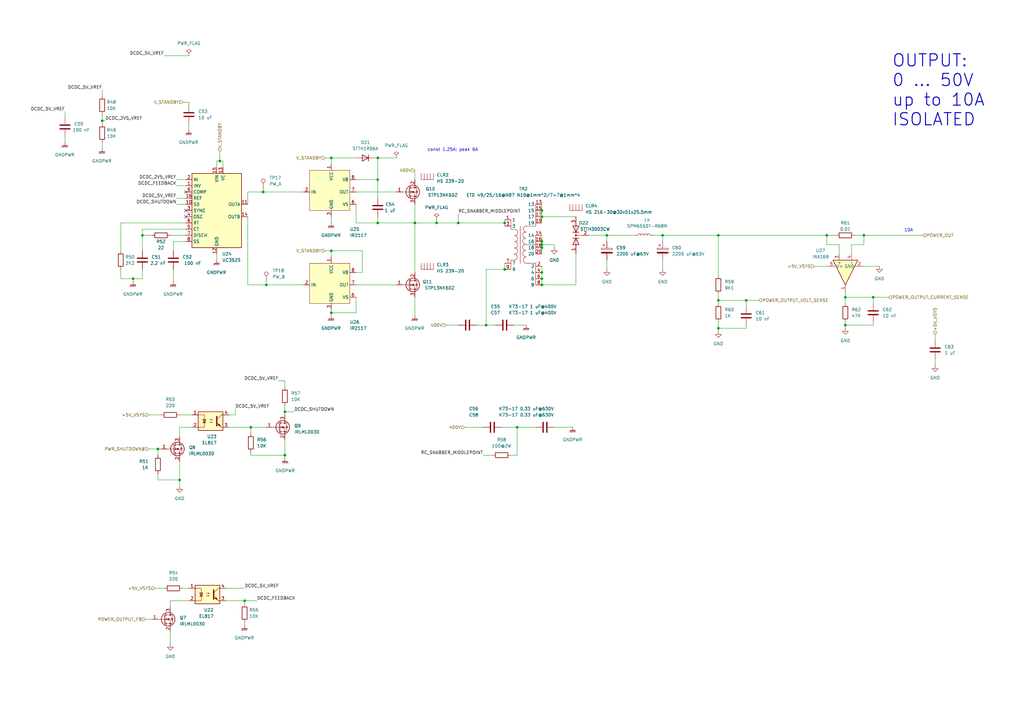
<source format=kicad_sch>
(kicad_sch (version 20231120) (generator "eeschema") (generator_version "8.0")
  (paper "A3")
  (lib_symbols
    (symbol "Amplifier_Current:INA169" (pin_names (offset 0.127))
      (property "Reference" "U" (at 3.81 5.08 0))
      (property "Value" "INA169" (at 3.81 2.54 0))
      (symbol "INA169_0_1"
        (polyline (pts (xy -5.08 5.08) (xy 5.08 0) (xy -5.08 -5.08) (xy -5.08 5.08)) (stroke (width 0.254)) (fill (type background)))
      )
      (symbol "INA169_1_1"
        (pin output line (at 7.62 0 180) (length 2.54) (name "~") (number "1"))
        (pin power_in line (at -2.54 -7.62 90) (length 3.81) (name "GND") (number "2"))
        (pin input line (at -7.62 2.54 0) (length 2.54) (name "+") (number "3"))
        (pin input line (at -7.62 -2.54 0) (length 2.54) (name "-") (number "4"))
        (pin power_in line (at -2.54 7.62 270) (length 3.81) (name "V+") (number "5"))
      )
    )
    (symbol "Connector:TestPoint" (pin_numbers hide) (pin_names (offset 0.762) hide)
      (property "Reference" "TP" (at 0 6.858 0))
      (property "Value" "TestPoint" (at 0 5.08 0))
      (symbol "TestPoint_0_1"
        (circle (center 0 3.302) (radius 0.762))
      )
      (symbol "TestPoint_1_1"
        (pin passive line (at 0 0 90) (length 2.54) (name "1") (number "1"))
      )
    )
    (symbol "Device:C" (pin_numbers hide) (pin_names (offset 0.254))
      (property "Reference" "C" (at 0.635 2.54 0))
      (property "Value" "C" (at 0.635 -2.54 0))
      (symbol "C_0_1"
        (polyline (pts (xy -2.032 -0.762) (xy 2.032 -0.762)) (stroke (width 0.508)))
        (polyline (pts (xy -2.032 0.762) (xy 2.032 0.762)) (stroke (width 0.508)))
      )
      (symbol "C_1_1"
        (pin passive line (at 0 3.81 270) (length 2.794) (name "~") (number "1"))
        (pin passive line (at 0 -3.81 90) (length 2.794) (name "~") (number "2"))
      )
    )
    (symbol "Device:C_Polarized" (pin_numbers hide) (pin_names (offset 0.254))
      (property "Reference" "C" (at 0.635 2.54 0))
      (property "Value" "C_Polarized" (at 0.635 -2.54 0))
      (symbol "C_Polarized_0_1"
        (rectangle (start -2.286 0.508) (end 2.286 1.016))
        (polyline (pts (xy -1.778 2.286) (xy -0.762 2.286)))
        (polyline (pts (xy -1.27 2.794) (xy -1.27 1.778)))
        (rectangle (start 2.286 -0.508) (end -2.286 -1.016) (fill (type outline)))
      )
      (symbol "C_Polarized_1_1"
        (pin passive line (at 0 3.81 270) (length 2.794) (name "~") (number "1"))
        (pin passive line (at 0 -3.81 90) (length 2.794) (name "~") (number "2"))
      )
    )
    (symbol "Device:D" (pin_numbers hide) (pin_names (offset 1.016) hide)
      (property "Reference" "D" (at 0 2.54 0))
      (property "Value" "D" (at 0 -2.54 0))
      (symbol "D_0_1"
        (polyline (pts (xy -1.27 1.27) (xy -1.27 -1.27)) (stroke (width 0.254)))
        (polyline (pts (xy 1.27 0) (xy -1.27 0)))
        (polyline (pts (xy 1.27 1.27) (xy 1.27 -1.27) (xy -1.27 0) (xy 1.27 1.27)) (stroke (width 0.254)))
      )
      (symbol "D_1_1"
        (pin passive line (at -3.81 0 0) (length 2.54) (name "K") (number "1"))
        (pin passive line (at 3.81 0 180) (length 2.54) (name "A") (number "2"))
      )
    )
    (symbol "Device:D_Dual_CommonCathode_AKA" (pin_names (offset 0.762) hide)
      (property "Reference" "D" (at 1.27 -2.54 0))
      (property "Value" "D_Dual_CommonCathode_AKA" (at 0 2.54 0))
      (symbol "D_Dual_CommonCathode_AKA_0_1"
        (polyline (pts (xy 0 0) (xy 0 -2.54)))
        (polyline (pts (xy 3.81 0) (xy -3.81 0)))
        (polyline (pts (xy -1.27 -1.27) (xy -1.27 1.27) (xy -1.27 1.27)) (stroke (width 0.254)))
        (polyline (pts (xy 1.27 -1.27) (xy 1.27 1.27) (xy 1.27 1.27)) (stroke (width 0.254)))
        (polyline (pts (xy -3.81 1.27) (xy -1.27 0) (xy -3.81 -1.27) (xy -3.81 1.27) (xy -3.81 1.27) (xy -3.81 1.27)) (stroke (width 0.254)))
        (polyline (pts (xy 3.81 -1.27) (xy 1.27 0) (xy 3.81 1.27) (xy 3.81 -1.27) (xy 3.81 -1.27) (xy 3.81 -1.27)) (stroke (width 0.254)))
        (circle (center 0 0) (radius 0.254) (fill (type outline)))
        (pin passive line (at -7.62 0 0) (length 3.81) (name "A") (number "1"))
        (pin passive line (at 0 -5.08 90) (length 2.54) (name "K") (number "2"))
        (pin passive line (at 7.62 0 180) (length 3.81) (name "A") (number "3"))
      )
    )
    (symbol "Device:L" (pin_numbers hide) (pin_names (offset 1.016) hide)
      (property "Reference" "L" (at -1.27 0 90))
      (property "Value" "L" (at 1.905 0 90))
      (symbol "L_0_1"
        (arc (start 0 -2.54) (mid 0.6323 -1.905) (end 0 -1.27))
        (arc (start 0 -1.27) (mid 0.6323 -0.635) (end 0 0))
        (arc (start 0 0) (mid 0.6323 0.635) (end 0 1.27))
        (arc (start 0 1.27) (mid 0.6323 1.905) (end 0 2.54))
      )
      (symbol "L_1_1"
        (pin passive line (at 0 3.81 270) (length 1.27) (name "1") (number "1"))
        (pin passive line (at 0 -3.81 90) (length 1.27) (name "2") (number "2"))
      )
    )
    (symbol "Device:Q_NMOS_GDS" (pin_names (offset 0) hide)
      (property "Reference" "Q" (at 5.08 1.27 0))
      (property "Value" "Q_NMOS_GDS" (at 5.08 -1.27 0))
      (symbol "Q_NMOS_GDS_0_1"
        (polyline (pts (xy 0.254 0) (xy -2.54 0)))
        (polyline (pts (xy 0.254 1.905) (xy 0.254 -1.905)) (stroke (width 0.254)))
        (polyline (pts (xy 0.762 -1.27) (xy 0.762 -2.286)) (stroke (width 0.254)))
        (polyline (pts (xy 0.762 0.508) (xy 0.762 -0.508)) (stroke (width 0.254)))
        (polyline (pts (xy 0.762 2.286) (xy 0.762 1.27)) (stroke (width 0.254)))
        (polyline (pts (xy 2.54 2.54) (xy 2.54 1.778)))
        (polyline (pts (xy 2.54 -2.54) (xy 2.54 0) (xy 0.762 0)))
        (polyline (pts (xy 0.762 -1.778) (xy 3.302 -1.778) (xy 3.302 1.778) (xy 0.762 1.778)))
        (polyline (pts (xy 1.016 0) (xy 2.032 0.381) (xy 2.032 -0.381) (xy 1.016 0)) (fill (type outline)))
        (polyline (pts (xy 2.794 0.508) (xy 2.921 0.381) (xy 3.683 0.381) (xy 3.81 0.254)))
        (polyline (pts (xy 3.302 0.381) (xy 2.921 -0.254) (xy 3.683 -0.254) (xy 3.302 0.381)))
        (circle (center 1.651 0) (radius 2.794) (stroke (width 0.254)))
        (circle (center 2.54 -1.778) (radius 0.254) (fill (type outline)))
        (circle (center 2.54 1.778) (radius 0.254) (fill (type outline)))
      )
      (symbol "Q_NMOS_GDS_1_1"
        (pin input line (at -5.08 0 0) (length 2.54) (name "G") (number "1"))
        (pin passive line (at 2.54 5.08 270) (length 2.54) (name "D") (number "2"))
        (pin passive line (at 2.54 -5.08 90) (length 2.54) (name "S") (number "3"))
      )
    )
    (symbol "Device:R" (pin_numbers hide) (pin_names (offset 0))
      (property "Reference" "R" (at 2.032 0 90))
      (property "Value" "R" (at 0 0 90))
      (symbol "R_0_1"
        (rectangle (start -1.016 -2.54) (end 1.016 2.54) (stroke (width 0.254)))
      )
      (symbol "R_1_1"
        (pin passive line (at 0 3.81 270) (length 1.27) (name "~") (number "1"))
        (pin passive line (at 0 -3.81 90) (length 1.27) (name "~") (number "2"))
      )
    )
    (symbol "Isolator:EL817" (pin_names (offset 1.016))
      (property "Reference" "U" (at -5.08 5.08 0))
      (property "Value" "EL817" (at 0 5.08 0))
      (symbol "EL817_0_1"
        (rectangle (start -5.08 3.81) (end 5.08 -3.81) (stroke (width 0.254)) (fill (type background)))
        (polyline (pts (xy -3.175 -0.635) (xy -1.905 -0.635)) (stroke (width 0.254)))
        (polyline (pts (xy 2.54 0.635) (xy 4.445 2.54)))
        (polyline (pts (xy 4.445 -2.54) (xy 2.54 -0.635)) (fill (type outline)))
        (polyline (pts (xy 4.445 -2.54) (xy 5.08 -2.54)))
        (polyline (pts (xy 4.445 2.54) (xy 5.08 2.54)))
        (polyline (pts (xy -5.08 2.54) (xy -2.54 2.54) (xy -2.54 -0.635)))
        (polyline (pts (xy -2.54 -0.635) (xy -2.54 -2.54) (xy -5.08 -2.54)))
        (polyline (pts (xy 2.54 1.905) (xy 2.54 -1.905) (xy 2.54 -1.905)) (stroke (width 0.508)))
        (polyline (pts (xy -2.54 -0.635) (xy -3.175 0.635) (xy -1.905 0.635) (xy -2.54 -0.635)) (stroke (width 0.254)))
        (polyline (pts (xy -0.508 -0.508) (xy 0.762 -0.508) (xy 0.381 -0.635) (xy 0.381 -0.381) (xy 0.762 -0.508)))
        (polyline (pts (xy -0.508 0.508) (xy 0.762 0.508) (xy 0.381 0.381) (xy 0.381 0.635) (xy 0.762 0.508)))
        (polyline (pts (xy 3.048 -1.651) (xy 3.556 -1.143) (xy 4.064 -2.159) (xy 3.048 -1.651) (xy 3.048 -1.651)) (fill (type outline)))
      )
      (symbol "EL817_1_1"
        (pin passive line (at -7.62 2.54 0) (length 2.54) (name "~") (number "1"))
        (pin passive line (at -7.62 -2.54 0) (length 2.54) (name "~") (number "2"))
        (pin passive line (at 7.62 -2.54 180) (length 2.54) (name "~") (number "3"))
        (pin passive line (at 7.62 2.54 180) (length 2.54) (name "~") (number "4"))
      )
    )
    (symbol "My_Library:COOLER"
      (property "Reference" "CLR" (at 0 -1.27 0))
      (property "Value" "COOLER" (at 0 -3.81 0))
      (symbol "COOLER_0_1"
        (polyline (pts (xy -1.27 2.54) (xy -1.27 0)))
        (polyline (pts (xy 0 2.54) (xy 0 0)))
        (polyline (pts (xy 1.27 2.54) (xy 1.27 0)))
        (polyline (pts (xy -2.54 2.54) (xy -2.54 0) (xy 2.54 0) (xy 2.54 2.54)))
      )
    )
    (symbol "My_Library:IR2117"
      (property "Reference" "U" (at 5.08 -8.89 0))
      (property "Value" "IR2117" (at 7.62 -11.43 0))
      (symbol "IR2117_1_1"
        (rectangle (start -8.89 8.89) (end 7.62 -7.62) (fill (type background)))
        (pin power_in line (at 0 11.43 270) (length 2.54) (name "VCC") (number "1"))
        (pin input line (at -11.43 0 0) (length 2.54) (name "IN") (number "2"))
        (pin power_in line (at 0 -10.16 90) (length 2.54) (name "GND") (number "3"))
        (pin power_in line (at 10.16 -5.08 180) (length 2.54) (name "VS") (number "6"))
        (pin output line (at 10.16 0 180) (length 2.54) (name "OUT") (number "7"))
        (pin power_in line (at 10.16 5.08 180) (length 2.54) (name "VB") (number "8"))
      )
    )
    (symbol "My_Library:TR_1x2_1.5x4_10+10"
      (property "Reference" "TR" (at 0 -16.51 0))
      (property "Value" "TR_1x2_1.5x4_10+10" (at 0 -19.05 0))
      (symbol "TR_1x2_1.5x4_10+10_0_1"
        (arc (start -2.501 -6.35) (mid -1.2694 -5.08) (end -2.501 -3.81))
        (arc (start -2.2514 -3.9348) (mid -1.0198 -2.6648) (end -2.2514 -1.3948))
        (arc (start -2.2514 -1.3948) (mid -1.0198 -0.1248) (end -2.2514 1.1452))
        (arc (start -2.2514 1.1452) (mid -1.0198 2.4152) (end -2.2514 3.6852))
        (arc (start -2.2514 3.6852) (mid -1.0198 4.9552) (end -2.2514 6.2252))
        (polyline (pts (xy 0 7.62) (xy 0 -7.62)))
        (polyline (pts (xy 2.54 0) (xy 6.35 0)))
        (polyline (pts (xy 6.35 -13.97) (xy 6.35 -16.51)))
        (polyline (pts (xy 6.35 -3.81) (xy 6.35 -1.27)))
        (polyline (pts (xy 6.35 3.81) (xy 6.35 -1.27)))
        (polyline (pts (xy 6.35 13.97) (xy 6.35 16.51)))
        (polyline (pts (xy -3.81 -10.16) (xy -3.81 -6.35) (xy -2.54 -6.35)))
        (polyline (pts (xy -3.81 10.16) (xy -3.81 6.35) (xy -2.54 6.35)))
        (polyline (pts (xy 2.54 -7.62) (xy 6.35 -7.62) (xy 6.35 -13.97)))
        (polyline (pts (xy 6.35 13.97) (xy 6.35 7.62) (xy 2.54 7.62)))
        (arc (start 2.2514 -2.4152) (mid 1.0198 -3.6852) (end 2.2514 -4.9552))
        (arc (start 2.2514 0.1248) (mid 1.0198 -1.1452) (end 2.2514 -2.4152))
        (arc (start 2.2514 2.6648) (mid 1.0198 1.3948) (end 2.2514 0.1248))
        (arc (start 2.2514 5.2048) (mid 1.0198 3.9348) (end 2.2514 2.6648))
        (arc (start 2.501 -5.08) (mid 1.2694 -6.35) (end 2.501 -7.62))
        (arc (start 2.501 7.62) (mid 1.2694 6.35) (end 2.501 5.08))
      )
      (symbol "TR_1x2_1.5x4_10+10_1_1"
        (pin bidirectional line (at -6.35 10.16 0) (length 2.54) (name "1") (number "1"))
        (pin bidirectional line (at 8.89 16.51 180) (length 2.54) (name "13") (number "13"))
        (pin bidirectional line (at 8.89 3.81 180) (length 2.54) (name "14") (number "14"))
        (pin bidirectional line (at 8.89 13.97 180) (length 2.54) (name "15") (number "15"))
        (pin bidirectional line (at 8.89 1.27 180) (length 2.54) (name "16") (number "16"))
        (pin bidirectional line (at 8.89 11.43 180) (length 2.54) (name "17") (number "17"))
        (pin bidirectional line (at 8.89 -1.27 180) (length 2.54) (name "18") (number "18"))
        (pin bidirectional line (at 8.89 8.89 180) (length 2.54) (name "19") (number "19"))
        (pin bidirectional line (at 8.89 -8.89 180) (length 2.54) (name "2") (number "2"))
        (pin bidirectional line (at 8.89 -3.81 180) (length 2.54) (name "20") (number "20"))
        (pin bidirectional line (at -6.35 7.62 0) (length 2.54) (name "3") (number "3"))
        (pin bidirectional line (at 8.89 -11.43 180) (length 2.54) (name "4") (number "4"))
        (pin bidirectional line (at 8.89 -13.97 180) (length 2.54) (name "6") (number "6"))
        (pin bidirectional line (at -6.35 -7.62 0) (length 2.54) (name "7") (number "7"))
        (pin bidirectional line (at 8.89 -16.51 180) (length 2.54) (name "8") (number "8"))
        (pin bidirectional line (at -6.35 -10.16 0) (length 2.54) (name "9") (number "9"))
      )
    )
    (symbol "Regulator_Controller:UC3525"
      (property "Reference" "U" (at 3.81 19.05 0))
      (property "Value" "UC3525" (at 3.81 16.51 0))
      (symbol "UC3525_0_1"
        (rectangle (start -10.16 -15.24) (end 10.16 15.24) (stroke (width 0.254)) (fill (type background)))
      )
      (symbol "UC3525_1_1"
        (pin input line (at -12.7 10.16 0) (length 2.54) (name "INV") (number "1"))
        (pin passive line (at -12.7 2.54 0) (length 2.54) (name "SD") (number "10"))
        (pin output line (at 12.7 2.54 180) (length 2.54) (name "OUTA") (number "11"))
        (pin power_in line (at 0 -17.78 90) (length 2.54) (name "GND") (number "12"))
        (pin power_in line (at 2.54 17.78 270) (length 2.54) (name "VC") (number "13"))
        (pin output line (at 12.7 -2.54 180) (length 2.54) (name "OUTB") (number "14"))
        (pin power_in line (at 0 17.78 270) (length 2.54) (name "VIN") (number "15"))
        (pin power_in line (at -12.7 5.08 0) (length 2.54) (name "REF") (number "16"))
        (pin input line (at -12.7 12.7 0) (length 2.54) (name "NI") (number "2"))
        (pin passive line (at -12.7 0 0) (length 2.54) (name "SYNC") (number "3"))
        (pin output line (at -12.7 -2.54 0) (length 2.54) (name "OSC") (number "4"))
        (pin passive line (at -12.7 -7.62 0) (length 2.54) (name "CT") (number "5"))
        (pin passive line (at -12.7 -5.08 0) (length 2.54) (name "RT") (number "6"))
        (pin open_collector line (at -12.7 -10.16 0) (length 2.54) (name "DISCH") (number "7"))
        (pin passive line (at -12.7 -12.7 0) (length 2.54) (name "SS") (number "8"))
        (pin passive line (at -12.7 7.62 0) (length 2.54) (name "COMP") (number "9"))
      )
    )
    (symbol "Transistor_FET:IRLML0030" (pin_names hide)
      (property "Reference" "Q" (at 5.08 1.905 0))
      (property "Value" "IRLML0030" (at 5.08 0 0))
      (symbol "IRLML0030_0_1"
        (polyline (pts (xy 0.254 0) (xy -2.54 0)))
        (polyline (pts (xy 0.254 1.905) (xy 0.254 -1.905)) (stroke (width 0.254)))
        (polyline (pts (xy 0.762 -1.27) (xy 0.762 -2.286)) (stroke (width 0.254)))
        (polyline (pts (xy 0.762 0.508) (xy 0.762 -0.508)) (stroke (width 0.254)))
        (polyline (pts (xy 0.762 2.286) (xy 0.762 1.27)) (stroke (width 0.254)))
        (polyline (pts (xy 2.54 2.54) (xy 2.54 1.778)))
        (polyline (pts (xy 2.54 -2.54) (xy 2.54 0) (xy 0.762 0)))
        (polyline (pts (xy 0.762 -1.778) (xy 3.302 -1.778) (xy 3.302 1.778) (xy 0.762 1.778)))
        (polyline (pts (xy 1.016 0) (xy 2.032 0.381) (xy 2.032 -0.381) (xy 1.016 0)) (fill (type outline)))
        (polyline (pts (xy 2.794 0.508) (xy 2.921 0.381) (xy 3.683 0.381) (xy 3.81 0.254)))
        (polyline (pts (xy 3.302 0.381) (xy 2.921 -0.254) (xy 3.683 -0.254) (xy 3.302 0.381)))
        (circle (center 1.651 0) (radius 2.794) (stroke (width 0.254)))
        (circle (center 2.54 -1.778) (radius 0.254) (fill (type outline)))
        (circle (center 2.54 1.778) (radius 0.254) (fill (type outline)))
      )
      (symbol "IRLML0030_1_1"
        (pin input line (at -5.08 0 0) (length 2.54) (name "G") (number "1"))
        (pin passive line (at 2.54 -5.08 90) (length 2.54) (name "S") (number "2"))
        (pin passive line (at 2.54 5.08 270) (length 2.54) (name "D") (number "3"))
      )
    )
    (symbol "power:GND" (power) (pin_numbers hide) (pin_names (offset 0) hide)
      (property "Value" "GND" (at 0 -3.81 0))
      (symbol "GND_0_1"
        (polyline (pts (xy 0 0) (xy 0 -1.27) (xy 1.27 -1.27) (xy 0 -2.54) (xy -1.27 -1.27) (xy 0 -1.27)))
      )
      (symbol "GND_1_1"
        (pin power_in line (at 0 0 270) (length 0) (name "~") (number "1"))
      )
    )
    (symbol "power:GNDPWR" (power) (pin_numbers hide) (pin_names (offset 0) hide)
      (property "Value" "GNDPWR" (at 0 -3.302 0))
      (symbol "GNDPWR_0_1"
        (polyline (pts (xy 0 -1.27) (xy 0 0)))
        (polyline (pts (xy -1.016 -1.27) (xy -1.27 -2.032) (xy -1.27 -2.032)) (stroke (width 0.2032)))
        (polyline (pts (xy -0.508 -1.27) (xy -0.762 -2.032) (xy -0.762 -2.032)) (stroke (width 0.2032)))
        (polyline (pts (xy 0 -1.27) (xy -0.254 -2.032) (xy -0.254 -2.032)) (stroke (width 0.2032)))
        (polyline (pts (xy 0.508 -1.27) (xy 0.254 -2.032) (xy 0.254 -2.032)) (stroke (width 0.2032)))
        (polyline (pts (xy 1.016 -1.27) (xy -1.016 -1.27) (xy -1.016 -1.27)) (stroke (width 0.2032)))
        (polyline (pts (xy 1.016 -1.27) (xy 0.762 -2.032) (xy 0.762 -2.032) (xy 0.762 -2.032)) (stroke (width 0.2032)))
      )
      (symbol "GNDPWR_1_1"
        (pin power_in line (at 0 0 270) (length 0) (name "~") (number "1"))
      )
    )
    (symbol "power:PWR_FLAG" (power) (pin_numbers hide) (pin_names (offset 0) hide)
      (property "Value" "PWR_FLAG" (at 0 3.81 0))
      (symbol "PWR_FLAG_0_0"
        (pin power_out line (at 0 0 90) (length 0) (name "~") (number "1"))
      )
      (symbol "PWR_FLAG_0_1"
        (polyline (pts (xy 0 0) (xy 0 1.27) (xy -1.016 1.905) (xy 0 2.54) (xy 1.016 1.905) (xy 0 1.27)))
      )
    )
  )
  (junction (at 354.33 96.52))
  (junction (at 294.64 96.52))
  (junction (at 199.39 133.35))
  (junction (at 346.71 133.35))
  (junction (at 116.84 186.69))
  (junction (at 90.17 66.04))
  (junction (at 64.77 184.15))
  (junction (at 222.25 100.33))
  (junction (at 222.25 111.76))
  (junction (at 212.09 175.26))
  (junction (at 294.64 134.62))
  (junction (at 248.92 96.52))
  (junction (at 358.14 121.92))
  (junction (at 207.01 91.44))
  (junction (at 154.94 64.77))
  (junction (at 116.84 168.91))
  (junction (at 222.25 101.6))
  (junction (at 58.42 96.52))
  (junction (at 107.95 78.74))
  (junction (at 222.25 88.9))
  (junction (at 109.22 116.84))
  (junction (at 54.61 114.3))
  (junction (at 100.33 246.38))
  (junction (at 346.71 121.92))
  (junction (at 222.25 116.84))
  (junction (at 135.89 102.87))
  (junction (at 222.25 99.06))
  (junction (at 339.09 96.52))
  (junction (at 222.25 114.3))
  (junction (at 135.89 64.77))
  (junction (at 294.64 123.19))
  (junction (at 102.87 175.26))
  (junction (at 73.66 196.85))
  (junction (at 179.07 91.44))
  (junction (at 271.78 96.52))
  (junction (at 41.91 49.53))
  (junction (at 154.94 91.44))
  (junction (at 306.07 123.19))
  (junction (at 154.94 73.66))
  (junction (at 135.89 128.27))
  (junction (at 187.96 91.44))
  (junction (at 222.25 86.36))
  (junction (at 170.18 91.44))
  (junction (at 207.01 110.49))
  (no_connect (at 76.2 78.74))
  (no_connect (at 76.2 88.9))
  (no_connect (at 76.2 86.36))
  (wire (pts (xy 222.25 111.76) (xy 222.25 114.3)))
  (wire (pts (xy 100.33 255.27) (xy 100.33 256.54)))
  (wire (pts (xy 109.22 116.84) (xy 124.46 116.84)))
  (wire (pts (xy 349.25 100.33) (xy 354.33 100.33)))
  (wire (pts (xy 187.96 87.63) (xy 187.96 91.44)))
  (wire (pts (xy 222.25 101.6) (xy 222.25 104.14)))
  (wire (pts (xy 64.77 196.85) (xy 73.66 196.85)))
  (wire (pts (xy 133.35 102.87) (xy 135.89 102.87)))
  (wire (pts (xy 222.25 83.82) (xy 222.25 86.36)))
  (wire (pts (xy 73.66 170.18) (xy 78.74 170.18)))
  (wire (pts (xy 227.33 175.26) (xy 234.95 175.26)))
  (wire (pts (xy 248.92 106.68) (xy 248.92 110.49)))
  (wire (pts (xy 135.89 88.9) (xy 135.89 91.44)))
  (wire (pts (xy 236.22 116.84) (xy 222.25 116.84)))
  (wire (pts (xy 148.59 111.76) (xy 148.59 102.87)))
  (wire (pts (xy 58.42 96.52) (xy 58.42 93.98)))
  (wire (pts (xy 74.93 41.91) (xy 77.47 41.91)))
  (wire (pts (xy 101.6 78.74) (xy 107.95 78.74)))
  (wire (pts (xy 26.67 55.88) (xy 26.67 58.42)))
  (wire (pts (xy 222.25 100.33) (xy 222.25 101.6)))
  (wire (pts (xy 146.05 121.92) (xy 146.05 128.27)))
  (wire (pts (xy 92.71 246.38) (xy 100.33 246.38)))
  (wire (pts (xy 41.91 49.53) (xy 41.91 50.8)))
  (wire (pts (xy 101.6 88.9) (xy 101.6 116.84)))
  (wire (pts (xy 58.42 114.3) (xy 58.42 110.49)))
  (wire (pts (xy 207.01 110.49) (xy 199.39 110.49)))
  (wire (pts (xy 205.74 175.26) (xy 212.09 175.26)))
  (wire (pts (xy 306.07 123.19) (xy 294.64 123.19)))
  (wire (pts (xy 146.05 128.27) (xy 135.89 128.27)))
  (wire (pts (xy 73.66 175.26) (xy 73.66 179.07)))
  (wire (pts (xy 72.39 83.82) (xy 76.2 83.82)))
  (wire (pts (xy 354.33 109.22) (xy 360.68 109.22)))
  (wire (pts (xy 222.25 86.36) (xy 222.25 88.9)))
  (wire (pts (xy 222.25 96.52) (xy 222.25 99.06)))
  (wire (pts (xy 154.94 64.77) (xy 154.94 73.66)))
  (wire (pts (xy 170.18 83.82) (xy 170.18 91.44)))
  (wire (pts (xy 88.9 66.04) (xy 90.17 66.04)))
  (wire (pts (xy 182.88 133.35) (xy 187.96 133.35)))
  (wire (pts (xy 294.64 96.52) (xy 339.09 96.52)))
  (wire (pts (xy 306.07 123.19) (xy 306.07 125.73)))
  (wire (pts (xy 54.61 114.3) (xy 58.42 114.3)))
  (wire (pts (xy 199.39 110.49) (xy 199.39 133.35)))
  (wire (pts (xy 294.64 134.62) (xy 294.64 135.89)))
  (wire (pts (xy 146.05 111.76) (xy 148.59 111.76)))
  (wire (pts (xy 73.66 189.23) (xy 73.66 196.85)))
  (wire (pts (xy 58.42 93.98) (xy 76.2 93.98)))
  (wire (pts (xy 77.47 41.91) (xy 77.47 43.18)))
  (wire (pts (xy 101.6 116.84) (xy 109.22 116.84)))
  (wire (pts (xy 222.25 114.3) (xy 222.25 116.84)))
  (wire (pts (xy 354.33 96.52) (xy 378.46 96.52)))
  (wire (pts (xy 306.07 133.35) (xy 306.07 134.62)))
  (wire (pts (xy 96.52 167.64) (xy 96.52 170.18)))
  (wire (pts (xy 383.54 137.16) (xy 383.54 139.7)))
  (wire (pts (xy 199.39 133.35) (xy 203.2 133.35)))
  (wire (pts (xy 64.77 184.15) (xy 66.04 184.15)))
  (wire (pts (xy 88.9 104.14) (xy 88.9 106.68)))
  (wire (pts (xy 346.71 133.35) (xy 346.71 134.62)))
  (wire (pts (xy 90.17 62.23) (xy 90.17 66.04)))
  (wire (pts (xy 58.42 102.87) (xy 58.42 96.52)))
  (wire (pts (xy 107.95 77.47) (xy 107.95 78.74)))
  (wire (pts (xy 49.53 91.44) (xy 76.2 91.44)))
  (wire (pts (xy 222.25 88.9) (xy 236.22 88.9)))
  (wire (pts (xy 294.64 120.65) (xy 294.64 123.19)))
  (wire (pts (xy 222.25 109.22) (xy 222.25 111.76)))
  (wire (pts (xy 207.01 91.44) (xy 207.01 92.71)))
  (wire (pts (xy 58.42 96.52) (xy 62.23 96.52)))
  (wire (pts (xy 60.96 170.18) (xy 66.04 170.18)))
  (wire (pts (xy 154.94 64.77) (xy 162.56 64.77)))
  (wire (pts (xy 102.87 186.69) (xy 116.84 186.69)))
  (wire (pts (xy 154.94 81.28) (xy 154.94 73.66)))
  (wire (pts (xy 383.54 147.32) (xy 383.54 149.86)))
  (wire (pts (xy 170.18 69.85) (xy 170.18 73.66)))
  (wire (pts (xy 69.85 259.08) (xy 69.85 264.16)))
  (wire (pts (xy 116.84 156.21) (xy 116.84 158.75)))
  (wire (pts (xy 116.84 180.34) (xy 116.84 186.69)))
  (wire (pts (xy 170.18 91.44) (xy 154.94 91.44)))
  (wire (pts (xy 207.01 107.95) (xy 207.01 110.49)))
  (wire (pts (xy 358.14 121.92) (xy 364.49 121.92)))
  (wire (pts (xy 148.59 102.87) (xy 135.89 102.87)))
  (wire (pts (xy 91.44 66.04) (xy 90.17 66.04)))
  (wire (pts (xy 100.33 246.38) (xy 105.41 246.38)))
  (wire (pts (xy 212.09 175.26) (xy 212.09 186.69)))
  (wire (pts (xy 271.78 96.52) (xy 294.64 96.52)))
  (wire (pts (xy 170.18 91.44) (xy 170.18 111.76)))
  (wire (pts (xy 153.67 64.77) (xy 154.94 64.77)))
  (wire (pts (xy 72.39 81.28) (xy 76.2 81.28)))
  (wire (pts (xy 77.47 50.8) (xy 77.47 53.34)))
  (wire (pts (xy 67.31 241.3) (xy 63.5 241.3)))
  (wire (pts (xy 339.09 100.33) (xy 339.09 96.52)))
  (wire (pts (xy 267.97 96.52) (xy 271.78 96.52)))
  (wire (pts (xy 67.31 22.86) (xy 77.47 22.86)))
  (wire (pts (xy 54.61 114.3) (xy 54.61 115.57)))
  (wire (pts (xy 64.77 194.31) (xy 64.77 196.85)))
  (wire (pts (xy 73.66 196.85) (xy 73.66 199.39)))
  (wire (pts (xy 146.05 78.74) (xy 162.56 78.74)))
  (wire (pts (xy 190.5 175.26) (xy 198.12 175.26)))
  (wire (pts (xy 248.92 96.52) (xy 248.92 99.06)))
  (wire (pts (xy 294.64 123.19) (xy 294.64 124.46)))
  (wire (pts (xy 76.2 99.06) (xy 71.12 99.06)))
  (wire (pts (xy 72.39 76.2) (xy 76.2 76.2)))
  (wire (pts (xy 154.94 91.44) (xy 154.94 88.9)))
  (wire (pts (xy 207.01 91.44) (xy 187.96 91.44)))
  (wire (pts (xy 26.67 45.72) (xy 26.67 48.26)))
  (wire (pts (xy 135.89 64.77) (xy 135.89 67.31)))
  (wire (pts (xy 72.39 73.66) (xy 76.2 73.66)))
  (wire (pts (xy 154.94 73.66) (xy 146.05 73.66)))
  (wire (pts (xy 339.09 96.52) (xy 342.9 96.52)))
  (wire (pts (xy 102.87 177.8) (xy 102.87 175.26)))
  (wire (pts (xy 344.17 100.33) (xy 339.09 100.33)))
  (wire (pts (xy 102.87 186.69) (xy 102.87 185.42)))
  (wire (pts (xy 344.17 104.14) (xy 344.17 100.33)))
  (wire (pts (xy 41.91 58.42) (xy 41.91 60.96)))
  (wire (pts (xy 271.78 106.68) (xy 271.78 110.49)))
  (wire (pts (xy 179.07 91.44) (xy 187.96 91.44)))
  (wire (pts (xy 346.71 121.92) (xy 358.14 121.92)))
  (wire (pts (xy 236.22 104.14) (xy 236.22 116.84)))
  (wire (pts (xy 107.95 78.74) (xy 124.46 78.74)))
  (wire (pts (xy 135.89 102.87) (xy 135.89 105.41)))
  (wire (pts (xy 346.71 133.35) (xy 358.14 133.35)))
  (wire (pts (xy 135.89 64.77) (xy 146.05 64.77)))
  (wire (pts (xy 92.71 241.3) (xy 100.33 241.3)))
  (wire (pts (xy 91.44 68.58) (xy 91.44 66.04)))
  (wire (pts (xy 146.05 83.82) (xy 146.05 91.44)))
  (wire (pts (xy 71.12 110.49) (xy 71.12 115.57)))
  (wire (pts (xy 135.89 128.27) (xy 135.89 129.54)))
  (wire (pts (xy 334.01 109.22) (xy 339.09 109.22)))
  (wire (pts (xy 241.3 96.52) (xy 248.92 96.52)))
  (wire (pts (xy 69.85 248.92) (xy 69.85 246.38)))
  (wire (pts (xy 133.35 64.77) (xy 135.89 64.77)))
  (wire (pts (xy 49.53 114.3) (xy 54.61 114.3)))
  (wire (pts (xy 294.64 96.52) (xy 294.64 113.03)))
  (wire (pts (xy 64.77 184.15) (xy 64.77 186.69)))
  (wire (pts (xy 109.22 115.57) (xy 109.22 116.84)))
  (wire (pts (xy 170.18 91.44) (xy 179.07 91.44)))
  (wire (pts (xy 248.92 96.52) (xy 260.35 96.52)))
  (wire (pts (xy 222.25 88.9) (xy 222.25 91.44)))
  (wire (pts (xy 41.91 46.99) (xy 41.91 49.53)))
  (wire (pts (xy 198.12 186.69) (xy 201.93 186.69)))
  (wire (pts (xy 49.53 102.87) (xy 49.53 91.44)))
  (wire (pts (xy 41.91 36.83) (xy 41.91 39.37)))
  (wire (pts (xy 346.71 121.92) (xy 346.71 124.46)))
  (wire (pts (xy 306.07 134.62) (xy 294.64 134.62)))
  (wire (pts (xy 69.85 96.52) (xy 76.2 96.52)))
  (wire (pts (xy 358.14 133.35) (xy 358.14 132.08)))
  (wire (pts (xy 346.71 133.35) (xy 346.71 132.08)))
  (wire (pts (xy 349.25 104.14) (xy 349.25 100.33)))
  (wire (pts (xy 100.33 246.38) (xy 100.33 247.65)))
  (wire (pts (xy 114.3 156.21) (xy 116.84 156.21)))
  (wire (pts (xy 116.84 166.37) (xy 116.84 168.91)))
  (wire (pts (xy 74.93 241.3) (xy 77.47 241.3)))
  (wire (pts (xy 222.25 99.06) (xy 222.25 100.33)))
  (wire (pts (xy 311.15 123.19) (xy 306.07 123.19)))
  (wire (pts (xy 271.78 99.06) (xy 271.78 96.52)))
  (wire (pts (xy 60.96 184.15) (xy 64.77 184.15)))
  (wire (pts (xy 146.05 116.84) (xy 162.56 116.84)))
  (wire (pts (xy 358.14 121.92) (xy 358.14 124.46)))
  (wire (pts (xy 212.09 175.26) (xy 219.71 175.26)))
  (wire (pts (xy 227.33 101.6) (xy 227.33 100.33)))
  (wire (pts (xy 354.33 100.33) (xy 354.33 96.52)))
  (wire (pts (xy 96.52 170.18) (xy 93.98 170.18)))
  (wire (pts (xy 195.58 133.35) (xy 199.39 133.35)))
  (wire (pts (xy 73.66 175.26) (xy 78.74 175.26)))
  (wire (pts (xy 116.84 168.91) (xy 116.84 170.18)))
  (wire (pts (xy 135.89 127) (xy 135.89 128.27)))
  (wire (pts (xy 93.98 175.26) (xy 102.87 175.26)))
  (wire (pts (xy 346.71 119.38) (xy 346.71 121.92)))
  (wire (pts (xy 41.91 49.53) (xy 43.18 49.53)))
  (wire (pts (xy 116.84 168.91) (xy 120.65 168.91)))
  (wire (pts (xy 101.6 78.74) (xy 101.6 83.82)))
  (wire (pts (xy 212.09 186.69) (xy 209.55 186.69)))
  (wire (pts (xy 116.84 186.69) (xy 116.84 187.96)))
  (wire (pts (xy 210.82 133.35) (xy 215.9 133.35)))
  (wire (pts (xy 207.01 90.17) (xy 207.01 91.44)))
  (wire (pts (xy 350.52 96.52) (xy 354.33 96.52)))
  (wire (pts (xy 222.25 100.33) (xy 227.33 100.33)))
  (wire (pts (xy 71.12 99.06) (xy 71.12 102.87)))
  (wire (pts (xy 49.53 110.49) (xy 49.53 114.3)))
  (wire (pts (xy 179.07 90.17) (xy 179.07 91.44)))
  (wire (pts (xy 294.64 132.08) (xy 294.64 134.62)))
  (wire (pts (xy 69.85 246.38) (xy 77.47 246.38)))
  (wire (pts (xy 146.05 91.44) (xy 154.94 91.44)))
  (wire (pts (xy 88.9 68.58) (xy 88.9 66.04)))
  (wire (pts (xy 170.18 121.92) (xy 170.18 129.54)))
  (wire (pts (xy 59.69 254) (xy 62.23 254)))
  (wire (pts (xy 102.87 175.26) (xy 109.22 175.26)))
  (text "const 1.25A; peak 6A" (at 175.26 62.23 0) (effects (font (size 1.27 1.27)) (justify left bottom)))
  (text "OUTPUT:\n0 ... 50V\nup to 10A\nISOLATED" (at 365.76 52.07 0) (effects (font (size 5 5) (thickness 0.4) (bold yes)) (justify left bottom)))
  (text "10A" (at 370.84 95.25 0) (effects (font (size 1.27 1.27)) (justify left bottom)))
  (label "DCDC_5V_VREF" (at 26.67 45.72 180))
  (label "DCDC_2V5_VREF" (at 43.18 49.53 0))
  (label "DCDC_5V_VREF" (at 72.39 81.28 180))
  (label "RC_SNABBER_MIDDLEPOINT" (at 187.96 87.63 0))
  (label "DCDC_2V5_VREF" (at 72.39 73.66 180))
  (label "DCDC_5V_VREF" (at 114.3 156.21 180))
  (label "DCDC_5V_VREF" (at 96.52 167.64 0))
  (label "DCDC_5V_VREF" (at 100.33 241.3 0))
  (label "DCDC_SHUTDOWN" (at 120.65 168.91 0))
  (label "DCDC_FEEDBACK" (at 105.41 246.38 0))
  (label "DCDC_5V_VREF" (at 67.31 22.86 180))
  (label "RC_SNABBER_MIDDLEPOINT" (at 198.12 186.69 180))
  (label "DCDC_5V_VREF" (at 41.91 36.83 180))
  (label "DCDC_FEEDBACK" (at 72.39 76.2 180))
  (label "DCDC_SHUTDOWN" (at 72.39 83.82 180))
  (hierarchical_label "400V" (shape input) (at 170.18 69.85 180))
  (hierarchical_label "POWER_OUTPUT_VOLT_SENSE" (shape input) (at 311.15 123.19 0))
  (hierarchical_label "POWER_OUT" (shape input) (at 378.46 96.52 0))
  (hierarchical_label "+5V_VSYS" (shape input) (at 60.96 170.18 180))
  (hierarchical_label "400V" (shape input) (at 182.88 133.35 180))
  (hierarchical_label "400V" (shape input) (at 190.5 175.26 180))
  (hierarchical_label "+5V_VSYS" (shape input) (at 334.01 109.22 180))
  (hierarchical_label "PWR_SHUTDOWN#" (shape input) (at 60.96 184.15 180))
  (hierarchical_label "V_STANDBY" (shape input) (at 74.93 41.91 180))
  (hierarchical_label "V_STANDBY" (shape input) (at 90.17 62.23 90))
  (hierarchical_label "V_STANDBY" (shape input) (at 133.35 102.87 180))
  (hierarchical_label "POWER_OUTPUT_CURRENT_SENSE" (shape input) (at 364.49 121.92 0))
  (hierarchical_label "V_STANDBY" (shape input) (at 133.35 64.77 180))
  (hierarchical_label "POWER_OUTPUT_FB" (shape input) (at 59.69 254 180))
  (hierarchical_label "+5V_VSYS" (shape input) (at 383.54 137.16 90))
  (hierarchical_label "+5V_VSYS" (shape input) (at 63.5 241.3 180))
  (symbol (lib_id "power:GND") (at 227.33 101.6 0) (unit 1)
    (property "Reference" "#PWR0117" (effects (hide yes)))
    (property "Value" "GND" (at 227.33 106.68 0))
    (property "Description" "Power symbol creates a global label with name \"GND\" , ground" (effects (hide yes)))
  )
  (symbol (lib_id "power:GND") (at 294.64 135.89 0) (unit 1)
    (property "Reference" "#PWR0121" (effects (hide yes)))
    (property "Value" "GND" (at 294.64 140.97 0))
    (property "Description" "Power symbol creates a global label with name \"GND\" , ground" (effects (hide yes)))
  )
  (symbol (lib_id "Device:C") (at 191.77 133.35 270) (unit 1)
    (property "Reference" "C55" (at 203.2 125.73 90))
    (property "Value" "К73-17 1 uF@400V" (at 218.44 125.73 90))
    (property "Footprint" "Capacitor_THT:C_Rect_L24.0mm_W12.8mm_P22.50mm_MKT" (effects (hide yes)))
  )
  (symbol (lib_id "Device:R") (at 71.12 241.3 270) (mirror x) (unit 1)
    (property "Reference" "R54" (at 71.12 234.95 90))
    (property "Value" "220" (at 71.12 237.49 90))
    (property "Footprint" "Resistor_SMD:R_0805_2012Metric" (effects (hide yes)))
  )
  (symbol (lib_id "Device:Q_NMOS_GDS") (at 167.64 116.84 0) (unit 1)
    (property "Reference" "Q11" (at 175.26 115.57 0))
    (property "Value" "STP13NK60Z" (at 180.34 118.11 0))
    (property "Footprint" "Package_TO_SOT_THT:TO-220-3_Vertical" (effects (hide yes)))
    (property "Datasheet" "https://static.chipdip.ru/lib/905/DOC012905018.pdf" (effects (hide yes)))
  )
  (symbol (lib_id "Device:R") (at 205.74 186.69 90) (unit 1)
    (property "Reference" "R58" (at 205.74 180.34 90))
    (property "Value" "100@2W" (at 205.74 182.88 90))
    (property "Footprint" "Resistor_THT:R_Axial_DIN0617_L17.0mm_D6.0mm_P5.08mm_Vertical" (effects (hide yes)))
  )
  (symbol (lib_id "power:GNDPWR") (at 71.12 115.57 0) (unit 1)
    (property "Reference" "#PWR0108" (effects (hide yes)))
    (property "Value" "GNDPWR" (at 70.993 120.65 0))
    (property "Description" "Power symbol creates a global label with name \"GNDPWR\" , global ground" (effects (hide yes)))
  )
  (symbol (lib_id "power:GNDPWR") (at 135.89 91.44 0) (unit 1)
    (property "Reference" "#PWR0114" (effects (hide yes)))
    (property "Value" "GNDPWR" (at 135.763 96.52 0))
    (property "Description" "Power symbol creates a global label with name \"GNDPWR\" , global ground" (effects (hide yes)))
  )
  (symbol (lib_id "power:GND") (at 248.92 110.49 0) (unit 1)
    (property "Reference" "#PWR0119" (effects (hide yes)))
    (property "Value" "GND" (at 248.92 115.57 0))
    (property "Description" "Power symbol creates a global label with name \"GND\" , ground" (effects (hide yes)))
  )
  (symbol (lib_id "Device:R") (at 41.91 54.61 0) (unit 1)
    (property "Reference" "R49" (at 45.72 53.34 0))
    (property "Value" "10K" (at 45.72 55.88 0))
    (property "Footprint" "Resistor_SMD:R_0805_2012Metric" (effects (hide yes)))
  )
  (symbol (lib_id "Device:C") (at 201.93 175.26 90) (unit 1)
    (property "Reference" "C56" (at 194.31 167.64 90))
    (property "Value" "К73-17 0.33 uF@630V" (at 215.9 167.64 90))
    (property "Footprint" "Capacitor_THT:C_Rect_L24.0mm_W12.2mm_P22.50mm_MKT" (effects (hide yes)))
  )
  (symbol (lib_id "Device:C") (at 306.07 129.54 180) (unit 1)
    (property "Reference" "C61" (at 309.88 128.27 0) (effects (justify right)))
    (property "Value" "10 nF" (at 309.88 130.81 0) (effects (justify right)))
    (property "Footprint" "Capacitor_SMD:C_0603_1608Metric" (effects (hide yes)))
  )
  (symbol (lib_id "power:GNDPWR") (at 77.47 53.34 0) (unit 1)
    (property "Reference" "#PWR0110" (effects (hide yes)))
    (property "Value" "GNDPWR" (at 77.343 58.42 0))
    (property "Description" "Power symbol creates a global label with name \"GNDPWR\" , global ground" (effects (hide yes)))
  )
  (symbol (lib_id "Transistor_FET:IRLML0030") (at 67.31 254 0) (unit 1)
    (property "Reference" "Q7" (at 73.66 253.365 0) (effects (justify left)))
    (property "Value" "IRLML0030" (at 73.66 255.905 0) (effects (justify left)))
    (property "Footprint" "Package_TO_SOT_SMD:SOT-23" (effects (hide yes)))
    (property "Datasheet" "https://www.infineon.com/dgdl/irlml0030pbf.pdf?fileId=5546d462533600a401535664773825df" (effects (hide yes)))
    (property "Description" "5.3A Id, 30V Vds, 27mOhm Rds, N-Channel HEXFET Power MOSFET, SOT-23" (effects (hide yes)))
  )
  (symbol (lib_id "My_Library:COOLER") (at 175.26 110.49 0) (unit 1)
    (property "Reference" "CLR3" (at 179.07 108.585 0) (effects (justify left)))
    (property "Value" "HS 239-20" (at 179.07 111.125 0) (effects (justify left)))
    (property "Footprint" "Library:HS-239-20" (effects (hide yes)))
  )
  (symbol (lib_id "Device:R") (at 64.77 190.5 0) (mirror x) (unit 1)
    (property "Reference" "R51" (at 60.96 189.23 0) (effects (justify right)))
    (property "Value" "1K" (at 60.96 191.77 0) (effects (justify right)))
    (property "Footprint" "Resistor_SMD:R_0805_2012Metric" (effects (hide yes)))
  )
  (symbol (lib_id "power:GND") (at 69.85 264.16 0) (unit 1)
    (property "Reference" "#PWR0107" (effects (hide yes)))
    (property "Value" "GND" (at 69.85 269.24 0))
    (property "Description" "Power symbol creates a global label with name \"GND\" , ground" (effects (hide yes)))
  )
  (symbol (lib_id "Device:C") (at 77.47 46.99 180) (unit 1)
    (property "Reference" "C53" (at 81.28 45.7199 0) (effects (justify right)))
    (property "Value" "10 uF" (at 81.28 48.2599 0) (effects (justify right)))
    (property "Footprint" "Capacitor_SMD:C_0603_1608Metric" (effects (hide yes)))
  )
  (symbol (lib_id "Transistor_FET:IRLML0030") (at 114.3 175.26 0) (unit 1)
    (property "Reference" "Q9" (at 120.65 174.625 0) (effects (justify left)))
    (property "Value" "IRLML0030" (at 120.65 177.165 0) (effects (justify left)))
    (property "Footprint" "Package_TO_SOT_SMD:SOT-23" (effects (hide yes)))
    (property "Datasheet" "https://www.infineon.com/dgdl/irlml0030pbf.pdf?fileId=5546d462533600a401535664773825df" (effects (hide yes)))
    (property "Description" "5.3A Id, 30V Vds, 27mOhm Rds, N-Channel HEXFET Power MOSFET, SOT-23" (effects (hide yes)))
  )
  (symbol (lib_id "power:GND") (at 271.78 110.49 0) (unit 1)
    (property "Reference" "#PWR0120" (effects (hide yes)))
    (property "Value" "GND" (at 271.78 115.57 0))
    (property "Description" "Power symbol creates a global label with name \"GND\" , ground" (effects (hide yes)))
  )
  (symbol (lib_id "power:GNDPWR") (at 170.18 129.54 0) (unit 1)
    (property "Reference" "#PWR0115" (effects (hide yes)))
    (property "Value" "GNDPWR" (at 170.053 134.62 0))
    (property "Description" "Power symbol creates a global label with name \"GNDPWR\" , global ground" (effects (hide yes)))
  )
  (symbol (lib_id "power:GNDPWR") (at 26.67 58.42 0) (unit 1)
    (property "Reference" "#PWR0104" (effects (hide yes)))
    (property "Value" "GNDPWR" (at 26.543 63.5 0))
    (property "Description" "Power symbol creates a global label with name \"GNDPWR\" , global ground" (effects (hide yes)))
  )
  (symbol (lib_id "Device:R") (at 49.53 106.68 0) (unit 1)
    (property "Reference" "R50" (at 53.34 105.41 0))
    (property "Value" "2K2" (at 53.34 107.95 0))
    (property "Footprint" "Resistor_SMD:R_0805_2012Metric" (effects (hide yes)))
  )
  (symbol (lib_id "power:PWR_FLAG") (at 162.56 64.77 0) (unit 1)
    (property "Reference" "#FLG019" (effects (hide yes)))
    (property "Value" "PWR_FLAG" (at 162.56 59.69 0))
    (property "Description" "Special symbol for telling ERC where power comes from" (effects (hide yes)))
  )
  (symbol (lib_id "Isolator:EL817") (at 85.09 243.84 0) (unit 1)
    (property "Reference" "U22" (at 87.63 250.19 0) (effects (justify right)))
    (property "Value" "EL817" (at 87.63 252.73 0) (effects (justify right)))
    (property "Footprint" "Package_DIP:DIP-4_W7.62mm" (effects (hide yes)))
    (property "Datasheet" "http://www.everlight.com/file/ProductFile/EL817.pdf" (effects (hide yes)))
  )
  (symbol (lib_id "Device:L") (at 264.16 96.52 90) (unit 1)
    (property "Reference" "L4" (at 265.43 90.17 90))
    (property "Value" "SPM6550T-R68M" (at 265.43 92.71 90))
    (property "Footprint" "Inductor_SMD:L_Sumida_CDMC6D28_7.25x6.5mm" (effects (hide yes)))
  )
  (symbol (lib_id "power:GNDPWR") (at 100.33 256.54 0) (unit 1)
    (property "Reference" "#PWR0112" (effects (hide yes)))
    (property "Value" "GNDPWR" (at 100.203 261.62 0))
    (property "Description" "Power symbol creates a global label with name \"GNDPWR\" , global ground" (effects (hide yes)))
  )
  (symbol (lib_id "power:GNDPWR") (at 215.9 133.35 0) (unit 1)
    (property "Reference" "#PWR0116" (effects (hide yes)))
    (property "Value" "GNDPWR" (at 215.773 138.43 0))
    (property "Description" "Power symbol creates a global label with name \"GNDPWR\" , global ground" (effects (hide yes)))
  )
  (symbol (lib_id "Device:R") (at 346.71 128.27 180) (unit 1)
    (property "Reference" "R62" (at 349.25 127 0) (effects (justify right)))
    (property "Value" "47K" (at 349.25 129.54 0) (effects (justify right)))
    (property "Footprint" "Resistor_SMD:R_0805_2012Metric" (effects (hide yes)))
  )
  (symbol (lib_id "Amplifier_Current:INA169") (at 346.71 111.76 90) (mirror x) (unit 1)
    (property "Reference" "U27" (at 336.55 102.7683 90))
    (property "Value" "INA169" (at 336.55 105.3083 90))
    (property "Footprint" "Package_TO_SOT_SMD:SOT-23-5" (effects (hide yes)))
    (property "Datasheet" "https://static.chipdip.ru/lib/285/DOC014285024.pdf" (effects (hide yes)))
  )
  (symbol (lib_id "Device:C") (at 154.94 85.09 0) (unit 1)
    (property "Reference" "C54" (at 160.02 83.82 0))
    (property "Value" "1 uF" (at 160.02 86.36 0))
    (property "Footprint" "Capacitor_SMD:C_0603_1608Metric" (effects (hide yes)))
  )
  (symbol (lib_id "Device:C") (at 207.01 133.35 270) (unit 1)
    (property "Reference" "C57" (at 203.2 128.27 90))
    (property "Value" "К73-17 1 uF@400V" (at 218.44 128.27 90))
    (property "Footprint" "Capacitor_THT:C_Rect_L24.0mm_W12.8mm_P22.50mm_MKT" (effects (hide yes)))
  )
  (symbol (lib_id "power:GND") (at 73.66 199.39 0) (unit 1)
    (property "Reference" "#PWR0109" (effects (hide yes)))
    (property "Value" "GND" (at 73.66 204.47 0))
    (property "Description" "Power symbol creates a global label with name \"GND\" , ground" (effects (hide yes)))
  )
  (symbol (lib_id "My_Library:IR2117") (at 135.89 78.74 0) (unit 1)
    (property "Reference" "U25" (at 143.51 93.98 0) (effects (justify left)))
    (property "Value" "IR2117" (at 143.51 96.52 0) (effects (justify left)))
    (property "Footprint" "Package_SO:SOIC-8_3.9x4.9mm_P1.27mm" (effects (hide yes)))
    (property "Datasheet" "https://static.chipdip.ru/lib/234/DOC000234618.pdf" (effects (hide yes)))
  )
  (symbol (lib_id "Device:R") (at 116.84 162.56 0) (mirror y) (unit 1)
    (property "Reference" "R57" (at 119.38 161.29 0) (effects (justify right)))
    (property "Value" "10K" (at 119.38 163.83 0) (effects (justify right)))
    (property "Footprint" "Resistor_SMD:R_0805_2012Metric" (effects (hide yes)))
  )
  (symbol (lib_id "Device:C") (at 26.67 52.07 0) (unit 1)
    (property "Reference" "C50" (at 34.29 50.8 0) (effects (justify right)))
    (property "Value" "100 nF" (at 36.83 53.34 0) (effects (justify right)))
    (property "Footprint" "Capacitor_SMD:C_0603_1608Metric" (effects (hide yes)))
  )
  (symbol (lib_id "Device:R") (at 294.64 128.27 180) (unit 1)
    (property "Reference" "R60" (at 297.18 127 0) (effects (justify right)))
    (property "Value" "1K" (at 297.18 129.54 0) (effects (justify right)))
    (property "Footprint" "Resistor_SMD:R_0805_2012Metric" (effects (hide yes)))
  )
  (symbol (lib_id "power:GNDPWR") (at 41.91 60.96 0) (unit 1)
    (property "Reference" "#PWR0105" (effects (hide yes)))
    (property "Value" "GNDPWR" (at 41.783 66.04 0))
    (property "Description" "Power symbol creates a global label with name \"GNDPWR\" , global ground" (effects (hide yes)))
  )
  (symbol (lib_id "My_Library:COOLER") (at 175.26 73.66 0) (unit 1)
    (property "Reference" "CLR2" (at 179.07 71.755 0) (effects (justify left)))
    (property "Value" "HS 239-20" (at 179.07 74.295 0) (effects (justify left)))
    (property "Footprint" "Library:HS-239-20" (effects (hide yes)))
  )
  (symbol (lib_id "Device:Q_NMOS_GDS") (at 167.64 78.74 0) (unit 1)
    (property "Reference" "Q10" (at 176.53 77.47 0))
    (property "Value" "STP13NK60Z" (at 181.61 80.01 0))
    (property "Footprint" "Package_TO_SOT_THT:TO-220-3_Vertical" (effects (hide yes)))
    (property "Datasheet" "https://static.chipdip.ru/lib/905/DOC012905018.pdf" (effects (hide yes)))
  )
  (symbol (lib_id "Connector:TestPoint") (at 109.22 115.57 0) (unit 1)
    (property "Reference" "TP18" (at 111.76 110.998 0) (effects (justify left)))
    (property "Value" "PW_B" (at 111.76 113.538 0) (effects (justify left)))
    (property "Footprint" "TestPoint:TestPoint_Pad_1.0x1.0mm" (effects (hide yes)))
  )
  (symbol (lib_id "Regulator_Controller:UC3525") (at 88.9 86.36 0) (unit 1)
    (property "Reference" "U24" (at 91.0941 104.14 0) (effects (justify left)))
    (property "Value" "UC3525" (at 91.0941 106.68 0) (effects (justify left)))
    (property "Footprint" "Package_SO:SOIC-16W_7.5x10.3mm_P1.27mm" (effects (hide yes)))
    (property "Datasheet" "https://static.chipdip.ru/lib/877/DOC003877016.pdf" (effects (hide yes)))
  )
  (symbol (lib_id "Device:R") (at 41.91 43.18 0) (unit 1)
    (property "Reference" "R48" (at 45.72 41.91 0))
    (property "Value" "10K" (at 45.72 44.45 0))
    (property "Footprint" "Resistor_SMD:R_0805_2012Metric" (effects (hide yes)))
  )
  (symbol (lib_id "Device:D") (at 149.86 64.77 180) (unit 1)
    (property "Reference" "D21" (at 149.86 58.42 0))
    (property "Value" "STTH1R06A" (at 149.86 60.96 0))
    (property "Footprint" "Diode_SMD:D_SMA" (effects (hide yes)))
    (property "Sim.Device" "D" (effects (hide yes)))
    (property "Sim.Pins" "1=K 2=A" (effects (hide yes)))
  )
  (symbol (lib_id "Device:R") (at 69.85 170.18 270) (mirror x) (unit 1)
    (property "Reference" "R53" (at 69.85 163.83 90))
    (property "Value" "220" (at 69.85 166.37 90))
    (property "Footprint" "Resistor_SMD:R_0805_2012Metric" (effects (hide yes)))
  )
  (symbol (lib_id "power:GNDPWR") (at 54.61 115.57 0) (unit 1)
    (property "Reference" "#PWR0106" (effects (hide yes)))
    (property "Value" "GNDPWR" (at 54.483 120.65 0))
    (property "Description" "Power symbol creates a global label with name \"GNDPWR\" , global ground" (effects (hide yes)))
  )
  (symbol (lib_id "Device:C") (at 71.12 106.68 0) (unit 1)
    (property "Reference" "C52" (at 78.74 105.41 0) (effects (justify right)))
    (property "Value" "100 nF" (at 82.55 107.95 0) (effects (justify right)))
    (property "Footprint" "Capacitor_SMD:C_0603_1608Metric" (effects (hide yes)))
  )
  (symbol (lib_id "Device:R") (at 294.64 116.84 180) (unit 1)
    (property "Reference" "R59" (at 297.18 115.57 0) (effects (justify right)))
    (property "Value" "9K1" (at 297.18 118.11 0) (effects (justify right)))
    (property "Footprint" "Resistor_SMD:R_0805_2012Metric" (effects (hide yes)))
  )
  (symbol (lib_id "Device:R") (at 100.33 251.46 0) (unit 1)
    (property "Reference" "R55" (at 104.14 250.19 0))
    (property "Value" "10K" (at 104.14 252.73 0))
    (property "Footprint" "Resistor_SMD:R_0805_2012Metric" (effects (hide yes)))
  )
  (symbol (lib_id "Device:C_Polarized") (at 271.78 102.87 0) (unit 1)
    (property "Reference" "C60" (at 275.59 101.6 0) (effects (justify left)))
    (property "Value" "2200 uF@63V" (at 275.59 104.14 0) (effects (justify left)))
    (property "Footprint" "Capacitor_THT:CP_Radial_D18.0mm_P7.50mm" (effects (hide yes)))
  )
  (symbol (lib_id "Device:R") (at 66.04 96.52 90) (unit 1)
    (property "Reference" "R52" (at 66.04 99.06 90))
    (property "Value" "22" (at 66.04 101.6 90))
    (property "Footprint" "Resistor_SMD:R_0805_2012Metric" (effects (hide yes)))
  )
  (symbol (lib_id "power:PWR_FLAG") (at 77.47 22.86 0) (unit 1)
    (property "Reference" "#FLG018" (effects (hide yes)))
    (property "Value" "PWR_FLAG" (at 77.47 17.78 0))
    (property "Description" "Special symbol for telling ERC where power comes from" (effects (hide yes)))
  )
  (symbol (lib_id "Device:C") (at 58.42 106.68 0) (unit 1)
    (property "Reference" "C51" (at 66.04 105.41 0) (effects (justify right)))
    (property "Value" "2.2 nF" (at 68.072 107.95 0) (effects (justify right)))
    (property "Footprint" "Capacitor_SMD:C_0603_1608Metric" (effects (hide yes)))
  )
  (symbol (lib_id "power:GNDPWR") (at 135.89 129.54 0) (unit 1)
    (property "Reference" "#PWR0143" (effects (hide yes)))
    (property "Value" "GNDPWR" (at 135.763 134.62 0))
    (property "Description" "Power symbol creates a global label with name \"GNDPWR\" , global ground" (effects (hide yes)))
  )
  (symbol (lib_id "power:GND") (at 346.71 134.62 0) (unit 1)
    (property "Reference" "#PWR0122" (effects (hide yes)))
    (property "Value" "GND" (at 346.71 139.7 0))
    (property "Description" "Power symbol creates a global label with name \"GND\" , ground" (effects (hide yes)))
  )
  (symbol (lib_id "power:GND") (at 360.68 109.22 0) (unit 1)
    (property "Reference" "#PWR0123" (effects (hide yes)))
    (property "Value" "GND" (at 360.68 114.3 0))
    (property "Description" "Power symbol creates a global label with name \"GND\" , ground" (effects (hide yes)))
  )
  (symbol (lib_id "Isolator:EL817") (at 86.36 172.72 0) (unit 1)
    (property "Reference" "U23" (at 88.9 179.07 0) (effects (justify right)))
    (property "Value" "EL817" (at 88.9 181.61 0) (effects (justify right)))
    (property "Footprint" "Package_DIP:DIP-4_W7.62mm" (effects (hide yes)))
    (property "Datasheet" "http://www.everlight.com/file/ProductFile/EL817.pdf" (effects (hide yes)))
  )
  (symbol (lib_id "My_Library:TR_1x2_1.5x4_10+10") (at 213.36 100.33 0) (unit 1)
    (property "Reference" "TR2" (at 214.63 77.47 0))
    (property "Value" "ETD 49/25/16@N87 N18@1mm*2/7+7@1mm*4" (at 214.63 80.01 0))
    (property "Footprint" "Library:ETD49_10x10_horizontal" (effects (hide yes)))
  )
  (symbol (lib_id "power:GNDPWR") (at 88.9 106.68 0) (unit 1)
    (property "Reference" "#PWR0111" (effects (hide yes)))
    (property "Value" "GNDPWR" (at 88.773 111.76 0))
    (property "Description" "Power symbol creates a global label with name \"GNDPWR\" , global ground" (effects (hide yes)))
  )
  (symbol (lib_id "power:PWR_FLAG") (at 179.07 90.17 0) (unit 1)
    (property "Reference" "#FLG020" (effects (hide yes)))
    (property "Value" "PWR_FLAG" (at 179.07 85.09 0))
    (property "Description" "Special symbol for telling ERC where power comes from" (effects (hide yes)))
  )
  (symbol (lib_id "power:GNDPWR") (at 234.95 175.26 0) (unit 1)
    (property "Reference" "#PWR0118" (effects (hide yes)))
    (property "Value" "GNDPWR" (at 234.823 180.34 0))
    (property "Description" "Power symbol creates a global label with name \"GNDPWR\" , global ground" (effects (hide yes)))
  )
  (symbol (lib_id "Device:C") (at 358.14 128.27 180) (unit 1)
    (property "Reference" "C62" (at 361.95 127 0) (effects (justify right)))
    (property "Value" "10 nF" (at 361.95 129.54 0) (effects (justify right)))
    (property "Footprint" "Capacitor_SMD:C_0603_1608Metric" (effects (hide yes)))
  )
  (symbol (lib_id "Device:C") (at 383.54 143.51 180) (unit 1)
    (property "Reference" "C63" (at 387.35 142.24 0) (effects (justify right)))
    (property "Value" "1 uF" (at 387.35 144.78 0) (effects (justify right)))
    (property "Footprint" "Capacitor_SMD:C_0603_1608Metric" (effects (hide yes)))
  )
  (symbol (lib_id "power:GND") (at 383.54 149.86 0) (unit 1)
    (property "Reference" "#PWR0124" (effects (hide yes)))
    (property "Value" "GND" (at 383.54 154.94 0))
    (property "Description" "Power symbol creates a global label with name \"GND\" , ground" (effects (hide yes)))
  )
  (symbol (lib_id "Device:C_Polarized") (at 248.92 102.87 0) (unit 1)
    (property "Reference" "C59" (at 252.73 101.6 0) (effects (justify left)))
    (property "Value" "2200 uF@63V" (at 252.73 104.14 0) (effects (justify left)))
    (property "Footprint" "Capacitor_THT:CP_Radial_D18.0mm_P7.50mm" (effects (hide yes)))
  )
  (symbol (lib_id "Transistor_FET:IRLML0030") (at 71.12 184.15 0) (unit 1)
    (property "Reference" "Q8" (at 77.47 183.515 0) (effects (justify left)))
    (property "Value" "IRLML0030" (at 77.47 186.055 0) (effects (justify left)))
    (property "Footprint" "Package_TO_SOT_SMD:SOT-23" (effects (hide yes)))
    (property "Datasheet" "https://www.infineon.com/dgdl/irlml0030pbf.pdf?fileId=5546d462533600a401535664773825df" (effects (hide yes)))
    (property "Description" "5.3A Id, 30V Vds, 27mOhm Rds, N-Channel HEXFET Power MOSFET, SOT-23" (effects (hide yes)))
  )
  (symbol (lib_id "Device:R") (at 102.87 181.61 0) (mirror y) (unit 1)
    (property "Reference" "R56" (at 105.41 180.34 0) (effects (justify right)))
    (property "Value" "10K" (at 105.41 182.88 0) (effects (justify right)))
    (property "Footprint" "Resistor_SMD:R_0805_2012Metric" (effects (hide yes)))
  )
  (symbol (lib_id "Device:R") (at 346.71 96.52 90) (unit 1)
    (property "Reference" "R61" (at 346.71 91.44 90))
    (property "Value" "0.01" (at 346.71 93.98 90))
    (property "Footprint" "Resistor_SMD:R_2512_6332Metric" (effects (hide yes)))
  )
  (symbol (lib_id "power:GNDPWR") (at 116.84 187.96 0) (mirror y) (unit 1)
    (property "Reference" "#PWR0113" (effects (hide yes)))
    (property "Value" "GNDPWR" (at 116.967 193.04 0))
    (property "Description" "Power symbol creates a global label with name \"GNDPWR\" , global ground" (effects (hide yes)))
  )
  (symbol (lib_id "My_Library:IR2117") (at 135.89 116.84 0) (unit 1)
    (property "Reference" "U26" (at 143.51 132.08 0) (effects (justify left)))
    (property "Value" "IR2117" (at 143.51 134.62 0) (effects (justify left)))
    (property "Footprint" "Package_SO:SOIC-8_3.9x4.9mm_P1.27mm" (effects (hide yes)))
    (property "Datasheet" "https://static.chipdip.ru/lib/234/DOC000234618.pdf" (effects (hide yes)))
  )
  (symbol (lib_id "Connector:TestPoint") (at 107.95 77.47 0) (unit 1)
    (property "Reference" "TP17" (at 110.49 72.898 0) (effects (justify left)))
    (property "Value" "PW_A" (at 110.49 75.438 0) (effects (justify left)))
    (property "Footprint" "TestPoint:TestPoint_Pad_1.0x1.0mm" (effects (hide yes)))
  )
  (symbol (lib_id "My_Library:COOLER") (at 236.22 86.36 0) (unit 1)
    (property "Reference" "CLR4" (at 240.03 84.455 0) (effects (justify left)))
    (property "Value" "HS 216-30@30х51х25.5mm" (at 240.03 86.995 0) (effects (justify left)))
    (property "Footprint" "Library:HS 216-30" (effects (hide yes)))
  )
  (symbol (lib_id "Device:D_Dual_CommonCathode_AKA") (at 236.22 96.52 90) (unit 1)
    (property "Reference" "D22" (at 241.3 91.44 90) (effects (justify left)))
    (property "Value" "STTH3003CW" (at 250.19 93.98 90) (effects (justify left)))
    (property "Footprint" "Package_TO_SOT_THT:TO-247-3_Vertical" (effects (hide yes)))
  )
  (symbol (lib_id "Device:C") (at 223.52 175.26 90) (unit 1)
    (property "Reference" "C58" (at 194.31 170.18 90))
    (property "Value" "К73-17 0.33 uF@630V" (at 215.9 170.18 90))
    (property "Footprint" "Capacitor_THT:C_Rect_L24.0mm_W12.2mm_P22.50mm_MKT" (effects (hide yes)))
  )
)
</source>
